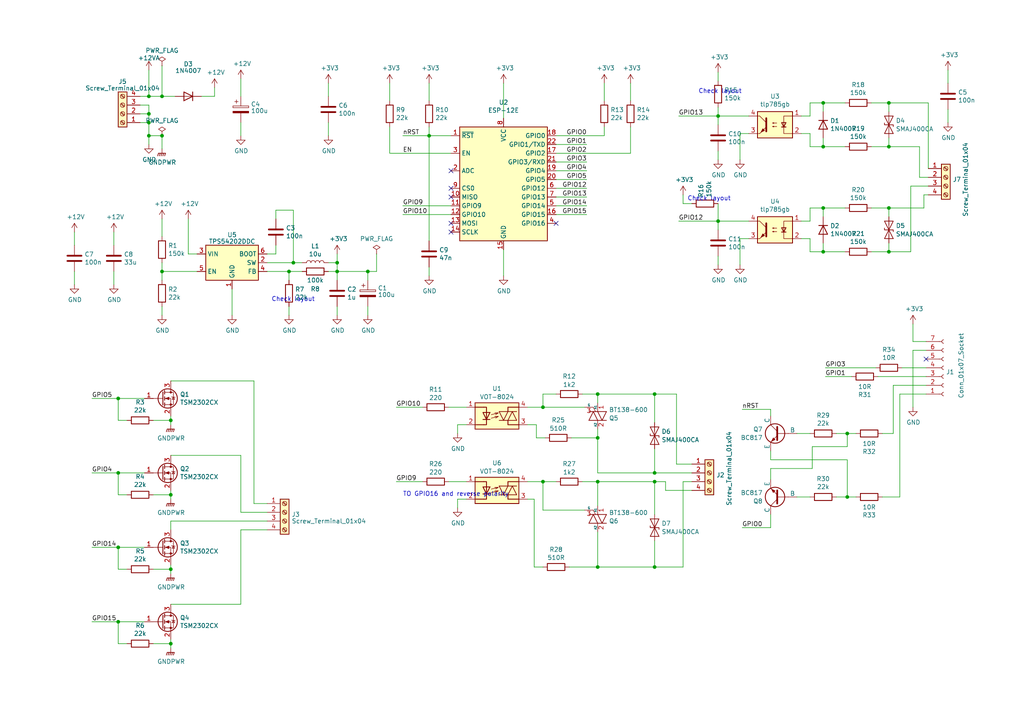
<source format=kicad_sch>
(kicad_sch (version 20230121) (generator eeschema)
  (paper "A4")
  (junction (at 49.53 143.51))
  (junction (at 189.865 137.16))
  (junction (at 157.48 118.11))
  (junction (at 157.48 139.7))
  (junction (at 245.745 125.73))
  (junction (at 34.29 180.34))
  (junction (at 49.53 121.92))
  (junction (at 34.29 137.16))
  (junction (at 257.81 60.325))
  (junction (at 43.18 33.02))
  (junction (at 49.53 165.1))
  (junction (at 46.99 27.94))
  (junction (at 257.81 29.845))
  (junction (at 34.29 115.57))
  (junction (at 238.76 60.325))
  (junction (at 189.865 164.465))
  (junction (at 97.79 76.2))
  (junction (at 173.355 164.465))
  (junction (at 238.76 73.025))
  (junction (at 97.79 78.74))
  (junction (at 49.53 186.69))
  (junction (at 43.18 39.37))
  (junction (at 85.09 76.2))
  (junction (at 245.745 144.145))
  (junction (at 173.355 127))
  (junction (at 106.68 78.74))
  (junction (at 83.82 78.74))
  (junction (at 46.99 39.37))
  (junction (at 238.76 42.545))
  (junction (at 173.355 139.7))
  (junction (at 189.865 139.7))
  (junction (at 124.46 39.37))
  (junction (at 257.81 73.025))
  (junction (at 257.81 42.545))
  (junction (at 238.76 29.845))
  (junction (at 173.355 114.3))
  (junction (at 208.28 64.135))
  (junction (at 208.28 33.655))
  (junction (at 34.29 158.75))
  (junction (at 189.865 114.3))
  (junction (at 43.18 27.94))
  (junction (at 43.18 35.56))
  (junction (at 46.99 78.74))
  (no_connect (at 130.81 67.31))
  (no_connect (at 130.81 57.15))
  (no_connect (at 130.81 49.53))
  (no_connect (at 130.81 64.77))
  (no_connect (at 161.29 64.77))
  (no_connect (at 268.605 104.14))
  (no_connect (at 130.81 54.61))
  (wire (pts (xy 193.04 139.7) (xy 189.865 139.7)))
  (wire (pts (xy 97.79 76.2) (xy 95.25 76.2)))
  (wire (pts (xy 234.95 69.215) (xy 234.95 73.025)))
  (wire (pts (xy 95.25 78.74) (xy 97.79 78.74)))
  (wire (pts (xy 264.795 118.11) (xy 264.795 101.6)))
  (wire (pts (xy 44.45 121.92) (xy 49.53 121.92)))
  (wire (pts (xy 260.985 114.3) (xy 260.985 144.145)))
  (wire (pts (xy 257.81 29.845) (xy 269.24 29.845)))
  (wire (pts (xy 214.63 69.215) (xy 217.17 69.215)))
  (wire (pts (xy 223.52 135.89) (xy 235.585 135.89)))
  (wire (pts (xy 62.23 27.94) (xy 58.42 27.94)))
  (wire (pts (xy 36.83 165.1) (xy 34.29 165.1)))
  (wire (pts (xy 97.79 81.28) (xy 97.79 78.74)))
  (wire (pts (xy 239.395 106.68) (xy 254 106.68)))
  (wire (pts (xy 232.41 69.215) (xy 234.95 69.215)))
  (wire (pts (xy 49.53 144.78) (xy 49.53 143.51)))
  (wire (pts (xy 231.14 144.145) (xy 234.95 144.145)))
  (wire (pts (xy 46.99 27.94) (xy 43.18 27.94)))
  (wire (pts (xy 80.01 71.12) (xy 80.01 73.66)))
  (wire (pts (xy 245.745 129.54) (xy 245.745 125.73)))
  (wire (pts (xy 189.865 139.7) (xy 189.865 149.225)))
  (wire (pts (xy 44.45 143.51) (xy 49.53 143.51)))
  (wire (pts (xy 69.85 132.08) (xy 49.53 132.08)))
  (wire (pts (xy 34.29 115.57) (xy 41.91 115.57)))
  (wire (pts (xy 173.355 154.305) (xy 173.355 164.465)))
  (wire (pts (xy 267.97 56.515) (xy 269.24 56.515)))
  (wire (pts (xy 83.82 91.44) (xy 83.82 88.9)))
  (wire (pts (xy 26.67 115.57) (xy 34.29 115.57)))
  (wire (pts (xy 232.41 33.655) (xy 234.95 33.655)))
  (wire (pts (xy 97.79 78.74) (xy 97.79 76.2)))
  (wire (pts (xy 264.795 99.06) (xy 268.605 99.06)))
  (wire (pts (xy 153.035 118.11) (xy 157.48 118.11)))
  (wire (pts (xy 161.29 139.7) (xy 157.48 139.7)))
  (wire (pts (xy 238.76 60.325) (xy 234.95 60.325)))
  (wire (pts (xy 130.175 139.7) (xy 135.255 139.7)))
  (wire (pts (xy 157.48 147.955) (xy 169.545 147.955)))
  (wire (pts (xy 69.85 153.67) (xy 69.85 175.26)))
  (wire (pts (xy 124.46 69.85) (xy 124.46 39.37)))
  (wire (pts (xy 34.29 158.75) (xy 41.91 158.75)))
  (wire (pts (xy 40.64 30.48) (xy 43.18 30.48)))
  (wire (pts (xy 153.035 139.7) (xy 157.48 139.7)))
  (wire (pts (xy 208.28 76.835) (xy 208.28 74.295)))
  (wire (pts (xy 161.29 114.3) (xy 157.48 114.3)))
  (wire (pts (xy 21.59 82.55) (xy 21.59 78.74)))
  (wire (pts (xy 80.01 60.96) (xy 80.01 63.5)))
  (wire (pts (xy 57.15 73.66) (xy 54.61 73.66)))
  (wire (pts (xy 114.935 118.11) (xy 122.555 118.11)))
  (wire (pts (xy 238.76 73.025) (xy 245.11 73.025)))
  (wire (pts (xy 175.26 29.21) (xy 175.26 24.13)))
  (wire (pts (xy 215.265 118.745) (xy 223.52 118.745)))
  (wire (pts (xy 238.76 42.545) (xy 245.11 42.545)))
  (wire (pts (xy 49.53 110.49) (xy 73.66 110.49)))
  (wire (pts (xy 154.94 164.465) (xy 157.48 164.465)))
  (wire (pts (xy 255.905 144.145) (xy 260.985 144.145)))
  (wire (pts (xy 223.52 130.81) (xy 223.52 133.35)))
  (wire (pts (xy 132.715 125.73) (xy 132.715 123.19)))
  (wire (pts (xy 43.18 39.37) (xy 43.18 41.91)))
  (wire (pts (xy 214.63 38.735) (xy 217.17 38.735)))
  (wire (pts (xy 83.82 81.28) (xy 83.82 78.74)))
  (wire (pts (xy 161.29 57.15) (xy 170.18 57.15)))
  (wire (pts (xy 208.28 20.955) (xy 208.28 23.495)))
  (wire (pts (xy 97.79 73.66) (xy 97.79 76.2)))
  (wire (pts (xy 252.73 42.545) (xy 257.81 42.545)))
  (wire (pts (xy 73.66 146.05) (xy 77.47 146.05)))
  (wire (pts (xy 245.745 125.73) (xy 242.57 125.73)))
  (wire (pts (xy 264.795 93.98) (xy 264.795 99.06)))
  (wire (pts (xy 173.355 127) (xy 173.355 137.16)))
  (wire (pts (xy 40.64 27.94) (xy 43.18 27.94)))
  (wire (pts (xy 200.66 139.7) (xy 198.12 139.7)))
  (wire (pts (xy 198.12 59.055) (xy 200.66 59.055)))
  (wire (pts (xy 252.73 29.845) (xy 257.81 29.845)))
  (wire (pts (xy 146.05 72.39) (xy 146.05 80.01)))
  (wire (pts (xy 34.29 137.16) (xy 41.91 137.16)))
  (wire (pts (xy 146.05 24.13) (xy 146.05 34.29)))
  (wire (pts (xy 62.23 25.4) (xy 62.23 27.94)))
  (wire (pts (xy 43.18 33.02) (xy 40.64 33.02)))
  (wire (pts (xy 196.215 134.62) (xy 200.66 134.62)))
  (wire (pts (xy 189.865 114.3) (xy 196.215 114.3)))
  (wire (pts (xy 54.61 73.66) (xy 54.61 63.5)))
  (wire (pts (xy 193.04 142.24) (xy 193.04 139.7)))
  (wire (pts (xy 49.53 153.67) (xy 49.53 151.13)))
  (wire (pts (xy 234.95 42.545) (xy 238.76 42.545)))
  (wire (pts (xy 234.95 73.025) (xy 238.76 73.025)))
  (wire (pts (xy 36.83 143.51) (xy 34.29 143.51)))
  (wire (pts (xy 266.7 42.545) (xy 266.7 51.435)))
  (wire (pts (xy 173.355 114.3) (xy 173.355 116.84)))
  (wire (pts (xy 49.53 166.37) (xy 49.53 165.1)))
  (wire (pts (xy 116.84 39.37) (xy 124.46 39.37)))
  (wire (pts (xy 26.67 137.16) (xy 34.29 137.16)))
  (wire (pts (xy 259.08 125.73) (xy 259.08 111.76)))
  (wire (pts (xy 95.25 27.94) (xy 95.25 24.13)))
  (wire (pts (xy 34.29 165.1) (xy 34.29 158.75)))
  (wire (pts (xy 235.585 135.89) (xy 235.585 129.54)))
  (wire (pts (xy 168.91 139.7) (xy 173.355 139.7)))
  (wire (pts (xy 259.08 111.76) (xy 268.605 111.76)))
  (wire (pts (xy 189.865 130.175) (xy 189.865 137.16)))
  (wire (pts (xy 274.955 35.56) (xy 274.955 31.75)))
  (wire (pts (xy 132.715 144.78) (xy 135.255 144.78)))
  (wire (pts (xy 232.41 38.735) (xy 234.95 38.735)))
  (wire (pts (xy 173.355 139.7) (xy 173.355 146.685)))
  (wire (pts (xy 34.29 180.34) (xy 41.91 180.34)))
  (wire (pts (xy 26.67 180.34) (xy 34.29 180.34)))
  (wire (pts (xy 97.79 91.44) (xy 97.79 88.9)))
  (wire (pts (xy 267.97 60.325) (xy 267.97 56.515)))
  (wire (pts (xy 113.03 44.45) (xy 130.81 44.45)))
  (wire (pts (xy 252.73 60.325) (xy 257.81 60.325)))
  (wire (pts (xy 217.17 33.655) (xy 208.28 33.655)))
  (wire (pts (xy 214.63 76.835) (xy 214.63 69.215)))
  (wire (pts (xy 85.09 60.96) (xy 80.01 60.96)))
  (wire (pts (xy 257.81 60.325) (xy 267.97 60.325)))
  (wire (pts (xy 245.745 144.145) (xy 248.285 144.145)))
  (wire (pts (xy 232.41 64.135) (xy 234.95 64.135)))
  (wire (pts (xy 124.46 36.83) (xy 124.46 39.37)))
  (wire (pts (xy 223.52 133.35) (xy 245.745 133.35)))
  (wire (pts (xy 255.905 125.73) (xy 259.08 125.73)))
  (wire (pts (xy 198.12 139.7) (xy 198.12 164.465)))
  (wire (pts (xy 106.68 78.74) (xy 109.22 78.74)))
  (wire (pts (xy 200.66 142.24) (xy 193.04 142.24)))
  (wire (pts (xy 208.28 59.055) (xy 208.28 64.135)))
  (wire (pts (xy 214.63 46.355) (xy 214.63 38.735)))
  (wire (pts (xy 33.02 71.12) (xy 33.02 67.31)))
  (wire (pts (xy 234.95 29.845) (xy 234.95 33.655)))
  (wire (pts (xy 173.355 139.7) (xy 189.865 139.7)))
  (wire (pts (xy 109.22 73.66) (xy 109.22 78.74)))
  (wire (pts (xy 49.53 151.13) (xy 77.47 151.13)))
  (wire (pts (xy 43.18 35.56) (xy 40.64 35.56)))
  (wire (pts (xy 245.11 60.325) (xy 238.76 60.325)))
  (wire (pts (xy 80.01 73.66) (xy 77.47 73.66)))
  (wire (pts (xy 208.28 64.135) (xy 208.28 66.675)))
  (wire (pts (xy 155.575 127) (xy 158.115 127)))
  (wire (pts (xy 161.29 52.07) (xy 170.18 52.07)))
  (wire (pts (xy 198.12 56.515) (xy 198.12 59.055)))
  (wire (pts (xy 196.215 114.3) (xy 196.215 134.62)))
  (wire (pts (xy 77.47 76.2) (xy 85.09 76.2)))
  (wire (pts (xy 113.03 24.13) (xy 113.03 29.21)))
  (wire (pts (xy 157.48 139.7) (xy 157.48 147.955)))
  (wire (pts (xy 69.85 175.26) (xy 49.53 175.26)))
  (wire (pts (xy 69.85 153.67) (xy 77.47 153.67)))
  (wire (pts (xy 124.46 39.37) (xy 130.81 39.37)))
  (wire (pts (xy 254.635 109.22) (xy 268.605 109.22)))
  (wire (pts (xy 217.17 64.135) (xy 208.28 64.135)))
  (wire (pts (xy 223.52 139.065) (xy 223.52 135.89)))
  (wire (pts (xy 43.18 35.56) (xy 43.18 39.37)))
  (wire (pts (xy 46.99 78.74) (xy 57.15 78.74)))
  (wire (pts (xy 264.16 53.975) (xy 264.16 73.025)))
  (wire (pts (xy 264.795 101.6) (xy 268.605 101.6)))
  (wire (pts (xy 46.99 78.74) (xy 46.99 81.28)))
  (wire (pts (xy 77.47 148.59) (xy 69.85 148.59)))
  (wire (pts (xy 257.81 42.545) (xy 266.7 42.545)))
  (wire (pts (xy 261.62 106.68) (xy 268.605 106.68)))
  (wire (pts (xy 161.29 59.69) (xy 170.18 59.69)))
  (wire (pts (xy 239.395 109.22) (xy 247.015 109.22)))
  (wire (pts (xy 153.035 123.19) (xy 155.575 123.19)))
  (wire (pts (xy 182.88 24.13) (xy 182.88 29.21)))
  (wire (pts (xy 44.45 186.69) (xy 49.53 186.69)))
  (wire (pts (xy 157.48 114.3) (xy 157.48 118.11)))
  (wire (pts (xy 106.68 78.74) (xy 106.68 81.28)))
  (wire (pts (xy 49.53 165.1) (xy 49.53 163.83)))
  (wire (pts (xy 85.09 76.2) (xy 87.63 76.2)))
  (wire (pts (xy 34.29 186.69) (xy 34.29 180.34)))
  (wire (pts (xy 266.7 51.435) (xy 269.24 51.435)))
  (wire (pts (xy 46.99 43.18) (xy 46.99 39.37)))
  (wire (pts (xy 215.265 153.035) (xy 223.52 153.035)))
  (wire (pts (xy 257.81 40.005) (xy 257.81 42.545)))
  (wire (pts (xy 161.29 49.53) (xy 170.18 49.53)))
  (wire (pts (xy 189.865 164.465) (xy 198.12 164.465)))
  (wire (pts (xy 257.81 70.485) (xy 257.81 73.025)))
  (wire (pts (xy 196.85 33.655) (xy 208.28 33.655)))
  (wire (pts (xy 46.99 76.2) (xy 46.99 78.74)))
  (wire (pts (xy 245.11 29.845) (xy 238.76 29.845)))
  (wire (pts (xy 245.745 125.73) (xy 248.285 125.73)))
  (wire (pts (xy 161.29 62.23) (xy 170.18 62.23)))
  (wire (pts (xy 264.16 53.975) (xy 269.24 53.975)))
  (wire (pts (xy 69.85 35.56) (xy 69.85 39.37)))
  (wire (pts (xy 238.76 70.485) (xy 238.76 73.025)))
  (wire (pts (xy 161.29 44.45) (xy 182.88 44.45)))
  (wire (pts (xy 165.1 164.465) (xy 173.355 164.465)))
  (wire (pts (xy 168.91 114.3) (xy 173.355 114.3)))
  (wire (pts (xy 77.47 78.74) (xy 83.82 78.74)))
  (wire (pts (xy 268.605 114.3) (xy 260.985 114.3)))
  (wire (pts (xy 245.745 144.145) (xy 242.57 144.145)))
  (wire (pts (xy 257.81 73.025) (xy 264.16 73.025)))
  (wire (pts (xy 83.82 78.74) (xy 87.63 78.74)))
  (wire (pts (xy 132.715 147.32) (xy 132.715 144.78)))
  (wire (pts (xy 234.95 38.735) (xy 234.95 42.545)))
  (wire (pts (xy 269.24 29.845) (xy 269.24 48.895)))
  (wire (pts (xy 223.52 153.035) (xy 223.52 149.225)))
  (wire (pts (xy 182.88 44.45) (xy 182.88 36.83)))
  (wire (pts (xy 170.18 46.99) (xy 161.29 46.99)))
  (wire (pts (xy 49.53 186.69) (xy 49.53 185.42)))
  (wire (pts (xy 252.73 73.025) (xy 257.81 73.025)))
  (wire (pts (xy 46.99 27.94) (xy 50.8 27.94)))
  (wire (pts (xy 231.14 125.73) (xy 234.95 125.73)))
  (wire (pts (xy 46.99 91.44) (xy 46.99 88.9)))
  (wire (pts (xy 33.02 82.55) (xy 33.02 78.74)))
  (wire (pts (xy 26.67 158.75) (xy 34.29 158.75)))
  (wire (pts (xy 130.81 59.69) (xy 116.84 59.69)))
  (wire (pts (xy 43.18 20.32) (xy 43.18 27.94)))
  (wire (pts (xy 196.85 64.135) (xy 208.28 64.135)))
  (wire (pts (xy 173.355 114.3) (xy 189.865 114.3)))
  (wire (pts (xy 46.99 68.58) (xy 46.99 63.5)))
  (wire (pts (xy 21.59 71.12) (xy 21.59 67.31)))
  (wire (pts (xy 124.46 24.13) (xy 124.46 29.21)))
  (wire (pts (xy 116.84 62.23) (xy 130.81 62.23)))
  (wire (pts (xy 257.81 29.845) (xy 257.81 32.385)))
  (wire (pts (xy 173.355 137.16) (xy 189.865 137.16)))
  (wire (pts (xy 46.99 39.37) (xy 43.18 39.37)))
  (wire (pts (xy 175.26 36.83) (xy 175.26 39.37)))
  (wire (pts (xy 114.935 139.7) (xy 122.555 139.7)))
  (wire (pts (xy 238.76 40.005) (xy 238.76 42.545)))
  (wire (pts (xy 97.79 78.74) (xy 106.68 78.74)))
  (wire (pts (xy 43.18 30.48) (xy 43.18 33.02)))
  (wire (pts (xy 34.29 121.92) (xy 34.29 115.57)))
  (wire (pts (xy 154.94 144.78) (xy 154.94 164.465)))
  (wire (pts (xy 124.46 77.47) (xy 124.46 80.01)))
  (wire (pts (xy 173.355 164.465) (xy 189.865 164.465)))
  (wire (pts (xy 208.28 33.655) (xy 208.28 36.195)))
  (wire (pts (xy 73.66 110.49) (xy 73.66 146.05)))
  (wire (pts (xy 155.575 123.19) (xy 155.575 127)))
  (wire (pts (xy 208.28 46.355) (xy 208.28 43.815)))
  (wire (pts (xy 113.03 44.45) (xy 113.03 36.83)))
  (wire (pts (xy 161.29 54.61) (xy 170.18 54.61)))
  (wire (pts (xy 234.95 60.325) (xy 234.95 64.135)))
  (wire (pts (xy 238.76 29.845) (xy 234.95 29.845)))
  (wire (pts (xy 173.355 127) (xy 173.355 124.46)))
  (wire (pts (xy 189.865 114.3) (xy 189.865 122.555)))
  (wire (pts (xy 49.53 143.51) (xy 49.53 142.24)))
  (wire (pts (xy 130.175 118.11) (xy 135.255 118.11)))
  (wire (pts (xy 69.85 22.86) (xy 69.85 27.94)))
  (wire (pts (xy 238.76 62.865) (xy 238.76 60.325)))
  (wire (pts (xy 235.585 129.54) (xy 245.745 129.54)))
  (wire (pts (xy 34.29 143.51) (xy 34.29 137.16)))
  (wire (pts (xy 49.53 187.96) (xy 49.53 186.69)))
  (wire (pts (xy 46.99 19.05) (xy 46.99 27.94)))
  (wire (pts (xy 157.48 118.11) (xy 169.545 118.11)))
  (wire (pts (xy 49.53 121.92) (xy 49.53 120.65)))
  (wire (pts (xy 95.25 39.37) (xy 95.25 35.56)))
  (wire (pts (xy 189.865 156.845) (xy 189.865 164.465)))
  (wire (pts (xy 36.83 186.69) (xy 34.29 186.69)))
  (wire (pts (xy 274.955 24.13) (xy 274.955 20.32)))
  (wire (pts (xy 106.68 88.9) (xy 106.68 91.44)))
  (wire (pts (xy 49.53 123.19) (xy 49.53 121.92)))
  (wire (pts (xy 238.76 32.385) (xy 238.76 29.845)))
  (wire (pts (xy 208.28 31.115) (xy 208.28 33.655)))
  (wire (pts (xy 85.09 76.2) (xy 85.09 60.96)))
  (wire (pts (xy 43.18 33.02) (xy 43.18 35.56)))
  (wire (pts (xy 36.83 121.92) (xy 34.29 121.92)))
  (wire (pts (xy 44.45 165.1) (xy 49.53 165.1)))
  (wire (pts (xy 161.29 39.37) (xy 175.26 39.37)))
  (wire (pts (xy 132.715 123.19) (xy 135.255 123.19)))
  (wire (pts (xy 257.81 60.325) (xy 257.81 62.865)))
  (wire (pts (xy 189.865 137.16) (xy 200.66 137.16)))
  (wire (pts (xy 67.31 83.82) (xy 67.31 91.44)))
  (wire (pts (xy 165.735 127) (xy 173.355 127)))
  (wire (pts (xy 223.52 118.745) (xy 223.52 120.65)))
  (wire (pts (xy 170.18 41.91) (xy 161.29 41.91)))
  (wire (pts (xy 153.035 144.78) (xy 154.94 144.78)))
  (wire (pts (xy 69.85 132.08) (xy 69.85 148.59)))
  (wire (pts (xy 245.745 133.35) (xy 245.745 144.145)))
  (text "TO GPIO16 and reverse polarity" (at 116.84 144.145 0) (effects (font (size 1.27 1.27)) (justify left bottom)))
  (text "Check layout" (at 202.565 27.305 0) (effects (font (size 1.27 1.27)) (justify left bottom)))
  (text "Check layout" (at 199.39 58.42 0) (effects (font (size 1.27 1.27)) (justify left bottom)))
  (text "Check layout" (at 78.74 87.63 0) (effects (font (size 1.27 1.27)) (justify left bottom)))
  (label "GPIO3" (at 170.18 46.99 180))
  (label "GPIO10" (at 116.84 62.23 0))
  (label "GPIO14" (at 26.67 158.75 0))
  (label "GPIO13" (at 196.85 33.655 0))
  (label "GPIO5" (at 26.67 115.57 0))
  (label "GPIO5" (at 170.18 52.07 180))
  (label "GPIO12" (at 196.85 64.135 0))
  (label "GPIO14" (at 170.18 59.69 180))
  (label "GPIO9" (at 116.84 59.69 0))
  (label "GPIO3" (at 239.395 106.68 0))
  (label "GPIO2" (at 170.18 44.45 180))
  (label "GPIO15" (at 26.67 180.34 0))
  (label "GPIO0" (at 170.18 39.37 180))
  (label "GPIO10" (at 114.935 118.11 0))
  (label "GPIO13" (at 170.18 57.15 180))
  (label "GPIO1" (at 239.395 109.22 0))
  (label "nRST" (at 116.84 39.37 0))
  (label "GPIO0" (at 215.265 153.035 0))
  (label "GPIO4" (at 170.18 49.53 180))
  (label "GPIO1" (at 170.18 41.91 180))
  (label "GPIO9" (at 114.935 139.7 0))
  (label "GPIO4" (at 26.67 137.16 0))
  (label "GPIO12" (at 170.18 54.61 180))
  (label "nRST" (at 215.265 118.745 0))
  (label "EN" (at 116.84 44.45 0))
  (label "GPIO15" (at 170.18 62.23 180))
  (symbol (lib_id "RF_Module:ESP-12E") (at 146.05 54.61 0) (unit 1)
    (property "Reference" "U2" (at 146.05 29.6926 0))
    (property "Value" "ESP-12E" (at 146.05 32.004 0))
    (property "Footprint" "RF_Module:ESP-12E" (effects hide))
    (property "Datasheet" "http://wiki.ai-thinker.com/_media/esp8266/esp8266_series_modules_user_manual_v1.1.pdf" (effects hide))
  )
  (symbol (lib_id "power:GND") (at 43.18 41.91 0) (unit 1)
    (property "Reference" "#PWR0101" (effects hide))
    (property "Value" "GND" (at 43.307 46.3042 0))
  )
  (symbol (lib_id "power:+12V") (at 62.23 25.4 0) (unit 1)
    (property "Reference" "#PWR0102" (effects hide))
    (property "Value" "+12V" (at 62.611 21.0058 0))
  )
  (symbol (lib_id "esp-switch-rescue:+3.3V-power") (at 146.05 24.13 0) (unit 1)
    (property "Reference" "#PWR0103" (effects hide))
    (property "Value" "+3.3V" (at 146.431 19.7358 0))
  )
  (symbol (lib_id "power:GND") (at 146.05 80.01 0) (unit 1)
    (property "Reference" "#PWR0104" (effects hide))
    (property "Value" "GND" (at 146.177 84.4042 0))
  )
  (symbol (lib_id "esp-switch-rescue:+3.3V-power") (at 95.25 24.13 0) (unit 1)
    (property "Reference" "#PWR0105" (effects hide))
    (property "Value" "+3.3V" (at 95.631 19.7358 0))
  )
  (symbol (lib_id "power:GND") (at 95.25 39.37 0) (unit 1)
    (property "Reference" "#PWR0106" (effects hide))
    (property "Value" "GND" (at 95.377 43.7642 0))
  )
  (symbol (lib_id "Device:C") (at 95.25 31.75 0) (unit 1)
    (property "Reference" "C6" (at 98.171 30.5816 0) (effects (justify left)))
    (property "Value" "100n" (at 98.171 32.893 0) (effects (justify left)))
    (property "Footprint" "Capacitor_SMD:C_0805_2012Metric_Pad1.18x1.45mm_HandSolder" (effects hide))
  )
  (symbol (lib_id "Transistor_FET:TSM2302CX") (at 46.99 158.75 0) (unit 1)
    (property "Reference" "Q3" (at 52.197 157.5816 0) (effects (justify left)))
    (property "Value" "TSM2302CX" (at 52.197 159.893 0) (effects (justify left)))
    (property "Footprint" "Package_TO_SOT_SMD:SOT-23_Handsoldering" (effects hide))
    (property "Datasheet" "https://www.taiwansemi.com/products/datasheet/TSM2302CX_E1608.pdf" (effects hide))
    (property "Farnell" "3121715" (effects hide))
  )
  (symbol (lib_id "Transistor_FET:TSM2302CX") (at 46.99 180.34 0) (unit 1)
    (property "Reference" "Q4" (at 52.197 179.1716 0) (effects (justify left)))
    (property "Value" "TSM2302CX" (at 52.197 181.483 0) (effects (justify left)))
    (property "Footprint" "Package_TO_SOT_SMD:SOT-23_Handsoldering" (effects hide))
    (property "Datasheet" "https://www.taiwansemi.com/products/datasheet/TSM2302CX_E1608.pdf" (effects hide))
    (property "Farnell" "3121715" (effects hide))
  )
  (symbol (lib_id "Transistor_FET:TSM2302CX") (at 46.99 115.57 0) (unit 1)
    (property "Reference" "Q1" (at 52.197 114.4016 0) (effects (justify left)))
    (property "Value" "TSM2302CX" (at 52.197 116.713 0) (effects (justify left)))
    (property "Footprint" "Package_TO_SOT_SMD:SOT-23_Handsoldering" (effects hide))
    (property "Datasheet" "https://www.taiwansemi.com/products/datasheet/TSM2302CX_E1608.pdf" (effects hide))
    (property "Farnell" "3121715" (effects hide))
  )
  (symbol (lib_id "Transistor_FET:TSM2302CX") (at 46.99 137.16 0) (unit 1)
    (property "Reference" "Q2" (at 52.197 135.9916 0) (effects (justify left)))
    (property "Value" "TSM2302CX" (at 52.197 138.303 0) (effects (justify left)))
    (property "Footprint" "Package_TO_SOT_SMD:SOT-23_Handsoldering" (effects hide))
    (property "Datasheet" "https://www.taiwansemi.com/products/datasheet/TSM2302CX_E1608.pdf" (effects hide))
    (property "Farnell" "3121715" (effects hide))
  )
  (symbol (lib_id "Isolator:EL817") (at 224.79 36.195 0) (mirror y) (unit 1)
    (property "Reference" "U3" (at 224.79 27.94 0))
    (property "Value" "tlp785gb" (at 224.79 30.2514 0))
    (property "Footprint" "Package_DIP:DIP-4_W7.62mm" (effects hide))
    (property "Datasheet" "http://www.everlight.com/file/ProductFile/EL817.pdf" (effects hide))
  )
  (symbol (lib_id "Device:R") (at 40.64 186.69 270) (unit 1)
    (property "Reference" "R6" (at 40.64 181.4322 90))
    (property "Value" "22k" (at 40.64 183.7436 90))
    (property "Footprint" "Resistor_SMD:R_0805_2012Metric_Pad1.20x1.40mm_HandSolder" (effects hide))
  )
  (symbol (lib_id "Device:R") (at 40.64 165.1 270) (unit 1)
    (property "Reference" "R5" (at 40.64 159.8422 90))
    (property "Value" "22k" (at 40.64 162.1536 90))
    (property "Footprint" "Resistor_SMD:R_0805_2012Metric_Pad1.20x1.40mm_HandSolder" (effects hide))
  )
  (symbol (lib_id "Device:R") (at 40.64 143.51 270) (unit 1)
    (property "Reference" "R4" (at 40.64 138.2522 90))
    (property "Value" "22k" (at 40.64 140.5636 90))
    (property "Footprint" "Resistor_SMD:R_0805_2012Metric_Pad1.20x1.40mm_HandSolder" (effects hide))
  )
  (symbol (lib_id "Device:R") (at 40.64 121.92 270) (unit 1)
    (property "Reference" "R3" (at 40.64 116.6622 90))
    (property "Value" "22k" (at 40.64 118.9736 90))
    (property "Footprint" "Resistor_SMD:R_0805_2012Metric_Pad1.20x1.40mm_HandSolder" (effects hide))
  )
  (symbol (lib_id "power:GNDPWR") (at 49.53 187.96 0) (unit 1)
    (property "Reference" "#PWR0107" (effects hide))
    (property "Value" "GNDPWR" (at 49.6316 191.8716 0))
  )
  (symbol (lib_id "power:GNDPWR") (at 49.53 166.37 0) (unit 1)
    (property "Reference" "#PWR0108" (effects hide))
    (property "Value" "GNDPWR" (at 49.6316 170.2816 0))
  )
  (symbol (lib_id "power:GNDPWR") (at 49.53 144.78 0) (unit 1)
    (property "Reference" "#PWR0109" (effects hide))
    (property "Value" "GNDPWR" (at 49.6316 148.6916 0))
  )
  (symbol (lib_id "power:GNDPWR") (at 49.53 123.19 0) (unit 1)
    (property "Reference" "#PWR0110" (effects hide))
    (property "Value" "GNDPWR" (at 49.6316 127.1016 0))
  )
  (symbol (lib_id "Device:R") (at 175.26 33.02 180) (unit 1)
    (property "Reference" "R13" (at 177.038 31.8516 0) (effects (justify right)))
    (property "Value" "22k" (at 177.038 34.163 0) (effects (justify right)))
    (property "Footprint" "Resistor_SMD:R_0805_2012Metric_Pad1.20x1.40mm_HandSolder" (effects hide))
  )
  (symbol (lib_id "Device:R") (at 182.88 33.02 180) (unit 1)
    (property "Reference" "R14" (at 184.658 31.8516 0) (effects (justify right)))
    (property "Value" "22k" (at 184.658 34.163 0) (effects (justify right)))
    (property "Footprint" "Resistor_SMD:R_0805_2012Metric_Pad1.20x1.40mm_HandSolder" (effects hide))
  )
  (symbol (lib_id "esp-switch-rescue:+3.3V-power") (at 175.26 24.13 0) (unit 1)
    (property "Reference" "#PWR0117" (effects hide))
    (property "Value" "+3.3V" (at 175.641 19.7358 0))
  )
  (symbol (lib_id "esp-switch-rescue:+3.3V-power") (at 182.88 24.13 0) (unit 1)
    (property "Reference" "#PWR0118" (effects hide))
    (property "Value" "+3.3V" (at 183.261 19.7358 0))
  )
  (symbol (lib_id "Device:R") (at 113.03 33.02 180) (unit 1)
    (property "Reference" "R9" (at 114.808 31.8516 0) (effects (justify right)))
    (property "Value" "22k" (at 114.808 34.163 0) (effects (justify right)))
    (property "Footprint" "Resistor_SMD:R_0805_2012Metric_Pad1.20x1.40mm_HandSolder" (effects hide))
  )
  (symbol (lib_id "esp-switch-rescue:+3.3V-power") (at 113.03 24.13 0) (unit 1)
    (property "Reference" "#PWR0121" (effects hide))
    (property "Value" "+3.3V" (at 113.411 19.7358 0))
  )
  (symbol (lib_id "Device:R") (at 124.46 33.02 180) (unit 1)
    (property "Reference" "R10" (at 126.238 31.8516 0) (effects (justify right)))
    (property "Value" "22k" (at 126.238 34.163 0) (effects (justify right)))
    (property "Footprint" "Resistor_SMD:R_0805_2012Metric_Pad1.20x1.40mm_HandSolder" (effects hide))
  )
  (symbol (lib_id "esp-switch-rescue:+3.3V-power") (at 124.46 24.13 0) (unit 1)
    (property "Reference" "#PWR0120" (effects hide))
    (property "Value" "+3.3V" (at 124.841 19.7358 0))
  )
  (symbol (lib_id "Device:C") (at 124.46 73.66 0) (unit 1)
    (property "Reference" "C9" (at 127.381 72.4916 0) (effects (justify left)))
    (property "Value" "47n" (at 127.381 74.803 0) (effects (justify left)))
    (property "Footprint" "Capacitor_SMD:C_0805_2012Metric_Pad1.18x1.45mm_HandSolder" (effects hide))
  )
  (symbol (lib_id "power:GND") (at 124.46 80.01 0) (unit 1)
    (property "Reference" "#PWR0119" (effects hide))
    (property "Value" "GND" (at 124.587 84.4042 0))
  )
  (symbol (lib_id "Device:D") (at 238.76 36.195 90) (mirror x) (unit 1)
    (property "Reference" "D1" (at 240.792 35.0266 90) (effects (justify right)))
    (property "Value" "1N4007" (at 240.792 37.338 90) (effects (justify right)))
    (property "Footprint" "Diode_THT:D_DO-15_P3.81mm_Vertical_AnodeUp" (effects hide))
    (property "Lomex" "83-02-64" (effects hide))
  )
  (symbol (lib_id "Device:R") (at 248.92 29.845 270) (unit 1)
    (property "Reference" "R18" (at 248.92 24.5872 90))
    (property "Value" "150k" (at 248.92 26.8986 90))
    (property "Footprint" "Resistor_THT:R_Axial_DIN0207_L6.3mm_D2.5mm_P2.54mm_Vertical" (effects hide))
  )
  (symbol (lib_id "Device:R") (at 248.92 42.545 270) (unit 1)
    (property "Reference" "R19" (at 248.92 37.2872 90))
    (property "Value" "150k" (at 248.92 39.5986 90))
    (property "Footprint" "Resistor_THT:R_Axial_DIN0207_L6.3mm_D2.5mm_P2.54mm_Vertical" (effects hide))
  )
  (symbol (lib_id "power:GND") (at 214.63 46.355 0) (unit 1)
    (property "Reference" "#PWR0124" (effects hide))
    (property "Value" "GND" (at 214.757 50.7492 0))
  )
  (symbol (lib_id "Device:C") (at 208.28 40.005 0) (unit 1)
    (property "Reference" "C10" (at 211.201 38.8366 0) (effects (justify left)))
    (property "Value" "100n" (at 211.201 41.148 0) (effects (justify left)))
    (property "Footprint" "Capacitor_SMD:C_0805_2012Metric_Pad1.18x1.45mm_HandSolder" (effects hide))
  )
  (symbol (lib_id "Device:R") (at 208.28 27.305 0) (unit 1)
    (property "Reference" "R15" (at 210.058 26.1366 0) (effects (justify left)))
    (property "Value" "150k" (at 210.058 28.448 0) (effects (justify left)))
    (property "Footprint" "Resistor_SMD:R_0805_2012Metric_Pad1.20x1.40mm_HandSolder" (effects hide))
  )
  (symbol (lib_id "esp-switch-rescue:+3.3V-power") (at 208.28 20.955 0) (unit 1)
    (property "Reference" "#PWR0125" (effects hide))
    (property "Value" "+3.3V" (at 208.661 16.5608 0))
  )
  (symbol (lib_id "power:GND") (at 208.28 46.355 0) (unit 1)
    (property "Reference" "#PWR0126" (effects hide))
    (property "Value" "GND" (at 208.407 50.7492 0))
  )
  (symbol (lib_id "Device:D") (at 238.76 66.675 90) (mirror x) (unit 1)
    (property "Reference" "D2" (at 240.792 65.5066 90) (effects (justify right)))
    (property "Value" "1N4007" (at 240.792 67.818 90) (effects (justify right)))
    (property "Footprint" "Diode_THT:D_DO-15_P3.81mm_Vertical_AnodeUp" (effects hide))
  )
  (symbol (lib_id "Device:R") (at 248.92 60.325 270) (unit 1)
    (property "Reference" "R20" (at 248.92 55.0672 90))
    (property "Value" "150k" (at 248.92 57.3786 90))
    (property "Footprint" "Resistor_THT:R_Axial_DIN0207_L6.3mm_D2.5mm_P2.54mm_Vertical" (effects hide))
  )
  (symbol (lib_id "Device:R") (at 248.92 73.025 270) (unit 1)
    (property "Reference" "R21" (at 248.92 67.7672 90))
    (property "Value" "150k" (at 248.92 70.0786 90))
    (property "Footprint" "Resistor_THT:R_Axial_DIN0207_L6.3mm_D2.5mm_P2.54mm_Vertical" (effects hide))
  )
  (symbol (lib_id "power:GND") (at 214.63 76.835 0) (unit 1)
    (property "Reference" "#PWR0127" (effects hide))
    (property "Value" "GND" (at 214.757 81.2292 0))
  )
  (symbol (lib_id "Device:C") (at 208.28 70.485 0) (unit 1)
    (property "Reference" "C11" (at 211.201 69.3166 0) (effects (justify left)))
    (property "Value" "100n" (at 211.201 71.628 0) (effects (justify left)))
    (property "Footprint" "Capacitor_SMD:C_0805_2012Metric_Pad1.18x1.45mm_HandSolder" (effects hide))
  )
  (symbol (lib_id "Device:R") (at 204.47 59.055 90) (unit 1)
    (property "Reference" "R16" (at 203.3016 57.277 0) (effects (justify left)))
    (property "Value" "150k" (at 205.613 57.277 0) (effects (justify left)))
    (property "Footprint" "Resistor_SMD:R_0805_2012Metric_Pad1.20x1.40mm_HandSolder" (effects hide))
  )
  (symbol (lib_id "esp-switch-rescue:+3.3V-power") (at 198.12 56.515 0) (unit 1)
    (property "Reference" "#PWR0128" (effects hide))
    (property "Value" "+3.3V" (at 198.501 52.1208 0))
  )
  (symbol (lib_id "power:GND") (at 208.28 76.835 0) (unit 1)
    (property "Reference" "#PWR0129" (effects hide))
    (property "Value" "GND" (at 208.407 81.2292 0))
  )
  (symbol (lib_id "Isolator:EL817") (at 224.79 66.675 0) (mirror y) (unit 1)
    (property "Reference" "U4" (at 224.79 58.42 0))
    (property "Value" "tlp785gb" (at 224.79 60.7314 0))
    (property "Footprint" "Package_DIP:DIP-4_W7.62mm" (effects hide))
    (property "Datasheet" "http://www.everlight.com/file/ProductFile/EL817.pdf" (effects hide))
  )
  (symbol (lib_id "power:+12V") (at 54.61 63.5 0) (unit 1)
    (property "Reference" "#PWR0130" (effects hide))
    (property "Value" "+12V" (at 54.991 59.1058 0))
  )
  (symbol (lib_id "Device:R") (at 46.99 85.09 0) (unit 1)
    (property "Reference" "R2" (at 48.768 83.9216 0) (effects (justify left)))
    (property "Value" "22k" (at 48.768 86.233 0) (effects (justify left)))
    (property "Footprint" "Resistor_SMD:R_0805_2012Metric_Pad1.20x1.40mm_HandSolder" (effects hide))
  )
  (symbol (lib_id "Device:R") (at 46.99 72.39 0) (unit 1)
    (property "Reference" "R1" (at 48.768 71.2216 0) (effects (justify left)))
    (property "Value" "150k" (at 48.768 73.533 0) (effects (justify left)))
    (property "Footprint" "Resistor_SMD:R_0805_2012Metric_Pad1.20x1.40mm_HandSolder" (effects hide))
  )
  (symbol (lib_id "power:+12V") (at 46.99 63.5 0) (unit 1)
    (property "Reference" "#PWR0131" (effects hide))
    (property "Value" "+12V" (at 47.371 59.1058 0))
  )
  (symbol (lib_id "power:GND") (at 46.99 91.44 0) (unit 1)
    (property "Reference" "#PWR0132" (effects hide))
    (property "Value" "GND" (at 47.117 95.8342 0))
  )
  (symbol (lib_id "power:GND") (at 67.31 91.44 0) (unit 1)
    (property "Reference" "#PWR0133" (effects hide))
    (property "Value" "GND" (at 67.437 95.8342 0))
  )
  (symbol (lib_id "Device:C") (at 80.01 67.31 0) (unit 1)
    (property "Reference" "C3" (at 82.931 66.1416 0) (effects (justify left)))
    (property "Value" "100n" (at 82.931 68.453 0) (effects (justify left)))
    (property "Footprint" "Capacitor_SMD:C_0805_2012Metric_Pad1.18x1.45mm_HandSolder" (effects hide))
  )
  (symbol (lib_id "Device:L") (at 91.44 76.2 270) (mirror x) (unit 1)
    (property "Reference" "L1" (at 91.44 71.374 90))
    (property "Value" "10u" (at 91.44 73.6854 90))
    (property "Footprint" "esp-switch:L_6.5x6.5_H4.6" (effects hide))
    (property "HEstore" "100.385.80" (effects hide))
    (property "Lomex" "93-03-21" (effects hide))
  )
  (symbol (lib_id "Device:R") (at 91.44 78.74 90) (mirror x) (unit 1)
    (property "Reference" "R8" (at 91.44 83.82 90))
    (property "Value" "100k" (at 91.44 81.28 90))
    (property "Footprint" "Resistor_SMD:R_0805_2012Metric_Pad1.20x1.40mm_HandSolder" (effects hide))
  )
  (symbol (lib_id "Device:R") (at 83.82 85.09 180) (unit 1)
    (property "Reference" "R7" (at 85.598 83.9216 0) (effects (justify right)))
    (property "Value" "22k" (at 85.598 86.233 0) (effects (justify right)))
    (property "Footprint" "Resistor_SMD:R_0805_2012Metric_Pad1.20x1.40mm_HandSolder" (effects hide))
  )
  (symbol (lib_id "power:GND") (at 83.82 91.44 0) (unit 1)
    (property "Reference" "#PWR0134" (effects hide))
    (property "Value" "GND" (at 83.947 95.8342 0))
  )
  (symbol (lib_id "power:GND") (at 97.79 91.44 0) (unit 1)
    (property "Reference" "#PWR0135" (effects hide))
    (property "Value" "GND" (at 97.917 95.8342 0))
  )
  (symbol (lib_id "esp-switch-rescue:+3.3V-power") (at 97.79 73.66 0) (unit 1)
    (property "Reference" "#PWR0136" (effects hide))
    (property "Value" "+3.3V" (at 98.171 69.2658 0))
  )
  (symbol (lib_id "power:PWR_FLAG") (at 46.99 19.05 0) (unit 1)
    (property "Reference" "#FLG0101" (effects hide))
    (property "Value" "PWR_FLAG" (at 46.99 14.6558 0))
  )
  (symbol (lib_id "power:PWR_FLAG") (at 46.99 39.37 0) (unit 1)
    (property "Reference" "#FLG0102" (effects hide))
    (property "Value" "PWR_FLAG" (at 46.99 34.9758 0))
  )
  (symbol (lib_id "power:PWR_FLAG") (at 109.22 73.66 0) (unit 1)
    (property "Reference" "#FLG0103" (effects hide))
    (property "Value" "PWR_FLAG" (at 109.22 69.2658 0))
  )
  (symbol (lib_id "power:GNDPWR") (at 46.99 43.18 0) (unit 1)
    (property "Reference" "#PWR0145" (effects hide))
    (property "Value" "GNDPWR" (at 47.0916 47.0916 0))
  )
  (symbol (lib_id "power:GND") (at 274.955 35.56 0) (unit 1)
    (property "Reference" "#PWR05" (effects hide))
    (property "Value" "GND" (at 275.082 39.9542 0))
  )
  (symbol (lib_id "Device:R") (at 238.76 125.73 270) (unit 1)
    (property "Reference" "R29" (at 238.76 120.4722 90))
    (property "Value" "22k" (at 238.76 122.7836 90))
    (property "Footprint" "Resistor_SMD:R_0805_2012Metric_Pad1.20x1.40mm_HandSolder" (effects hide))
  )
  (symbol (lib_id "power:GND") (at 33.02 82.55 0) (unit 1)
    (property "Reference" "#PWR010" (effects hide))
    (property "Value" "GND" (at 33.147 86.9442 0))
  )
  (symbol (lib_id "Diode:SMAJ400CA") (at 257.81 36.195 90) (unit 1)
    (property "Reference" "D4" (at 259.8166 34.9829 90) (effects (justify right)))
    (property "Value" "SMAJ400CA" (at 259.8166 37.4071 90) (effects (justify right)))
    (property "Footprint" "Diode_SMD:D_SMA" (effects hide))
    (property "Datasheet" "https://www.littelfuse.com/media?resourcetype=datasheets&itemid=75e32973-b177-4ee3-a0ff-cedaf1abdb93&filename=smaj-datasheet" (effects hide))
    (property "Farnell" "1827673" (effects hide))
  )
  (symbol (lib_id "Device:R") (at 165.1 139.7 90) (unit 1)
    (property "Reference" "R27" (at 165.1 134.5397 90))
    (property "Value" "1k2" (at 165.1 136.9639 90))
    (property "Footprint" "Resistor_THT:R_Axial_DIN0207_L6.3mm_D2.5mm_P2.54mm_Vertical" (effects hide))
  )
  (symbol (lib_id "Triac_Thyristor:BT138-600") (at 173.355 120.65 0) (mirror x) (unit 1)
    (property "Reference" "Q5" (at 176.6316 121.2779 0) (effects (justify left)))
    (property "Value" "BT138-600" (at 176.6316 118.8537 0) (effects (justify left)))
    (property "Footprint" "esp-switch:TO-220-3_Vertical_offset" (effects hide))
    (property "Datasheet" "https://assets.nexperia.com/documents/data-sheet/BT138_SER_D_E.pdf" (effects hide))
  )
  (symbol (lib_id "Triac_Thyristor:BT138-600") (at 173.355 150.495 0) (mirror x) (unit 1)
    (property "Reference" "Q6" (at 176.6316 151.1229 0) (effects (justify left)))
    (property "Value" "BT138-600" (at 176.6316 148.6987 0) (effects (justify left)))
    (property "Footprint" "esp-switch:TO-220-3_Vertical_offset" (effects hide))
    (property "Datasheet" "https://assets.nexperia.com/documents/data-sheet/BT138_SER_D_E.pdf" (effects hide))
  )
  (symbol (lib_id "Diode:SMAJ400CA") (at 257.81 66.675 90) (unit 1)
    (property "Reference" "D5" (at 259.8166 65.4629 90) (effects (justify right)))
    (property "Value" "SMAJ400CA" (at 259.8166 67.8871 90) (effects (justify right)))
    (property "Footprint" "Diode_SMD:D_SMA" (effects hide))
    (property "Datasheet" "https://www.littelfuse.com/media?resourcetype=datasheets&itemid=75e32973-b177-4ee3-a0ff-cedaf1abdb93&filename=smaj-datasheet" (effects hide))
    (property "Farnell" "1827673" (effects hide))
  )
  (symbol (lib_id "Connector:Screw_Terminal_01x04") (at 205.74 137.16 0) (unit 1)
    (property "Reference" "J2" (at 207.772 137.7863 0) (effects (justify left)))
    (property "Value" "Screw_Terminal_01x04" (at 211.455 146.685 90) (effects (justify left)))
    (property "Footprint" "esp-switch:ML-254-5-D-LCS" (effects hide))
  )
  (symbol (lib_id "Device:C") (at 33.02 74.93 0) (unit 1)
    (property "Reference" "C8" (at 35.941 73.7616 0) (effects (justify left)))
    (property "Value" "33u" (at 35.941 76.073 0) (effects (justify left)))
    (property "Footprint" "Capacitor_SMD:C_1812_4532Metric_Pad1.57x3.40mm_HandSolder" (effects hide))
    (property "Lomex" "82-12-12" (effects hide))
  )
  (symbol (lib_id "Connector:Screw_Terminal_01x04") (at 35.56 33.02 180) (unit 1)
    (property "Reference" "J5" (at 35.56 23.6601 0))
    (property "Value" "Screw_Terminal_01x04" (at 35.56 25.5811 0))
    (property "Footprint" "esp-switch:ML-254-5-S-LCS" (effects hide))
  )
  (symbol (lib_id "Diode:SMAJ400CA") (at 189.865 126.365 90) (unit 1)
    (property "Reference" "D6" (at 191.8716 125.1529 90) (effects (justify right)))
    (property "Value" "SMAJ400CA" (at 191.8716 127.5771 90) (effects (justify right)))
    (property "Footprint" "Diode_SMD:D_SMA" (effects hide))
    (property "Datasheet" "https://www.littelfuse.com/media?resourcetype=datasheets&itemid=75e32973-b177-4ee3-a0ff-cedaf1abdb93&filename=smaj-datasheet" (effects hide))
    (property "Farnell" "1827673" (effects hide))
  )
  (symbol (lib_id "Connector:Conn_01x07_Socket") (at 273.685 106.68 0) (mirror x) (unit 1)
    (property "Reference" "J1" (at 274.3962 107.8921 0) (effects (justify left)))
    (property "Value" "Conn_01x07_Socket" (at 278.765 96.52 90) (effects (justify left)))
    (property "Footprint" "Connector_PinSocket_2.54mm:PinSocket_1x07_P2.54mm_Horizontal" (effects hide))
  )
  (symbol (lib_id "power:GND") (at 132.715 125.73 0) (unit 1)
    (property "Reference" "#PWR011" (effects hide))
    (property "Value" "GND" (at 132.842 130.1242 0))
  )
  (symbol (lib_id "power:GND") (at 21.59 82.55 0) (unit 1)
    (property "Reference" "#PWR08" (effects hide))
    (property "Value" "GND" (at 21.717 86.9442 0))
  )
  (symbol (lib_id "Device:C_Polarized") (at 69.85 31.75 0) (unit 1)
    (property "Reference" "C4" (at 72.771 30.2173 0) (effects (justify left)))
    (property "Value" "100u" (at 72.771 32.1383 0) (effects (justify left)))
    (property "Footprint" "Capacitor_THT:CP_Radial_D6.3mm_P2.50mm" (effects hide))
    (property "Lomex" "12-18-33" (effects hide))
  )
  (symbol (lib_id "Device:R") (at 126.365 139.7 90) (unit 1)
    (property "Reference" "R26" (at 126.365 134.5397 90))
    (property "Value" "220" (at 126.365 136.9639 90))
    (property "Footprint" "Resistor_SMD:R_0805_2012Metric_Pad1.20x1.40mm_HandSolder" (effects hide))
  )
  (symbol (lib_id "power:GND") (at 132.715 147.32 0) (unit 1)
    (property "Reference" "#PWR012" (effects hide))
    (property "Value" "GND" (at 132.842 151.7142 0))
  )
  (symbol (lib_id "Device:R") (at 165.1 114.3 90) (unit 1)
    (property "Reference" "R12" (at 165.1 109.1397 90))
    (property "Value" "1k2" (at 165.1 111.5639 90))
    (property "Footprint" "Resistor_THT:R_Axial_DIN0207_L6.3mm_D2.5mm_P2.54mm_Vertical" (effects hide))
  )
  (symbol (lib_id "custom_symbols:VOT8024") (at 144.145 120.65 0) (unit 1)
    (property "Reference" "U1" (at 144.145 112.6957 0))
    (property "Value" "VOT-8024" (at 144.145 115.1199 0))
    (property "Footprint" "Package_DIP:DIP-4_W7.62mm_SMDSocket_SmallPads" (effects hide))
    (property "Datasheet" "https://www.vishay.com/docs/84919/vot8024ab.pdf" (effects hide))
    (property "Farnell" "3778033" (effects hide))
  )
  (symbol (lib_id "power:+12VA") (at 43.18 20.32 0) (unit 1)
    (property "Reference" "#PWR01" (effects hide))
    (property "Value" "+12VA" (at 43.18 16.8181 0))
  )
  (symbol (lib_id "Device:R") (at 161.29 164.465 270) (unit 1)
    (property "Reference" "R28" (at 161.29 159.385 90))
    (property "Value" "510R" (at 161.29 161.7289 90))
    (property "Footprint" "Resistor_THT:R_Axial_DIN0207_L6.3mm_D2.5mm_P2.54mm_Vertical" (effects hide))
  )
  (symbol (lib_id "Connector:Screw_Terminal_01x04") (at 274.32 51.435 0) (unit 1)
    (property "Reference" "J7" (at 276.352 52.0613 0) (effects (justify left)))
    (property "Value" "Screw_Terminal_01x04" (at 280.035 62.865 90) (effects (justify left)))
    (property "Footprint" "esp-switch:ML-254-5-S-LCS" (effects hide))
  )
  (symbol (lib_id "Device:R") (at 250.825 109.22 270) (mirror x) (unit 1)
    (property "Reference" "R31" (at 250.825 114.4778 90))
    (property "Value" "10R" (at 250.825 112.1664 90))
    (property "Footprint" "Resistor_SMD:R_0805_2012Metric_Pad1.20x1.40mm_HandSolder" (effects hide))
  )
  (symbol (lib_id "Simulation_SPICE:NPN") (at 226.06 144.145 180) (unit 1)
    (property "Reference" "Q8" (at 221.2086 145.3571 0) (effects (justify left)))
    (property "Value" "BC817" (at 221.2086 142.9329 0) (effects (justify left)))
    (property "Footprint" "Package_TO_SOT_SMD:SOT-23_Handsoldering" (effects hide))
    (property "Sim.Device" "NPN" (effects hide))
    (property "Sim.Type" "GUMMELPOON" (effects hide))
    (property "Sim.Pins" "1=C 2=B 3=E" (effects hide))
    (property "Lomex" "86-01-90" (effects hide))
  )
  (symbol (lib_id "Diode:SMAJ400CA") (at 189.865 153.035 90) (unit 1)
    (property "Reference" "D7" (at 191.8716 151.8229 90) (effects (justify right)))
    (property "Value" "SMAJ400CA" (at 191.8716 154.2471 90) (effects (justify right)))
    (property "Footprint" "Diode_SMD:D_SMA" (effects hide))
    (property "Datasheet" "https://www.littelfuse.com/media?resourcetype=datasheets&itemid=75e32973-b177-4ee3-a0ff-cedaf1abdb93&filename=smaj-datasheet" (effects hide))
    (property "Farnell" "1827673" (effects hide))
  )
  (symbol (lib_id "power:GND") (at 264.795 118.11 0) (unit 1)
    (property "Reference" "#PWR014" (effects hide))
    (property "Value" "GND" (at 264.922 122.5042 0))
  )
  (symbol (lib_id "Device:C") (at 97.79 85.09 0) (unit 1)
    (property "Reference" "C2" (at 100.711 83.9216 0) (effects (justify left)))
    (property "Value" "1u" (at 100.711 86.233 0) (effects (justify left)))
    (property "Footprint" "Capacitor_SMD:C_0805_2012Metric_Pad1.18x1.45mm_HandSolder" (effects hide))
    (property "Lomex" "82-12-12 " (effects hide))
  )
  (symbol (lib_id "Device:R") (at 252.095 125.73 270) (mirror x) (unit 1)
    (property "Reference" "R32" (at 252.095 130.9878 90))
    (property "Value" "10R" (at 252.095 128.6764 90))
    (property "Footprint" "Resistor_SMD:R_0805_2012Metric_Pad1.20x1.40mm_HandSolder" (effects hide))
  )
  (symbol (lib_id "power:GND") (at 106.68 91.44 0) (unit 1)
    (property "Reference" "#PWR06" (effects hide))
    (property "Value" "GND" (at 106.807 95.8342 0))
  )
  (symbol (lib_id "custom_symbols:VOT8024") (at 144.145 142.24 0) (unit 1)
    (property "Reference" "U6" (at 144.145 134.2857 0))
    (property "Value" "VOT-8024" (at 144.145 136.7099 0))
    (property "Footprint" "Package_DIP:DIP-4_W7.62mm_SMDSocket_SmallPads" (effects hide))
    (property "Datasheet" "https://www.vishay.com/docs/84919/vot8024ab.pdf" (effects hide))
    (property "Farnell" "3778033" (effects hide))
  )
  (symbol (lib_id "esp-switch-rescue:+3.3V-power") (at 264.795 93.98 0) (unit 1)
    (property "Reference" "#PWR013" (effects hide))
    (property "Value" "+3.3V" (at 265.176 89.5858 0))
  )
  (symbol (lib_id "Diode:1N4007") (at 54.61 27.94 180) (unit 1)
    (property "Reference" "D3" (at 54.61 18.5801 0))
    (property "Value" "1N4007" (at 54.61 20.5011 0))
    (property "Footprint" "Diode_THT:D_DO-41_SOD81_P2.54mm_Vertical_KathodeUp" (effects hide))
    (property "Datasheet" "http://www.vishay.com/docs/88503/1n4001.pdf" (effects hide))
    (property "Sim.Device" "D" (effects hide))
    (property "Sim.Pins" "1=K 2=A" (effects hide))
  )
  (symbol (lib_id "Device:R") (at 252.095 144.145 270) (mirror x) (unit 1)
    (property "Reference" "R33" (at 252.095 149.4028 90))
    (property "Value" "10R" (at 252.095 147.0914 90))
    (property "Footprint" "Resistor_SMD:R_0805_2012Metric_Pad1.20x1.40mm_HandSolder" (effects hide))
  )
  (symbol (lib_id "Simulation_SPICE:NPN") (at 226.06 125.73 0) (mirror y) (unit 1)
    (property "Reference" "Q7" (at 221.2086 124.5179 0) (effects (justify left)))
    (property "Value" "BC817" (at 221.2086 126.9421 0) (effects (justify left)))
    (property "Footprint" "Package_TO_SOT_SMD:SOT-23_Handsoldering" (effects hide))
    (property "Sim.Device" "NPN" (effects hide))
    (property "Sim.Type" "GUMMELPOON" (effects hide))
    (property "Sim.Pins" "1=C 2=B 3=E" (effects hide))
    (property "Lomex" "86-01-90" (effects hide))
  )
  (symbol (lib_id "Device:R") (at 161.925 127 270) (unit 1)
    (property "Reference" "R25" (at 161.925 121.8397 90))
    (property "Value" "510R" (at 161.925 124.2639 90))
    (property "Footprint" "Resistor_THT:R_Axial_DIN0207_L6.3mm_D2.5mm_P2.54mm_Vertical" (effects hide))
  )
  (symbol (lib_id "Regulator_Switching:TPS54202DDC") (at 67.31 76.2 0) (unit 1)
    (property "Reference" "U5" (at 67.31 68.1101 0))
    (property "Value" "TPS54202DDC" (at 67.31 70.0311 0))
    (property "Footprint" "Package_TO_SOT_SMD:SOT-23-6_Handsoldering" (effects hide))
    (property "Datasheet" "http://www.ti.com/lit/ds/symlink/tps54202.pdf" (effects hide))
  )
  (symbol (lib_id "Device:R") (at 257.81 106.68 90) (mirror x) (unit 1)
    (property "Reference" "R34" (at 257.81 101.4222 90))
    (property "Value" "10R" (at 257.81 103.7336 90))
    (property "Footprint" "Resistor_SMD:R_0805_2012Metric_Pad1.20x1.40mm_HandSolder" (effects hide))
  )
  (symbol (lib_id "Device:C") (at 21.59 74.93 0) (unit 1)
    (property "Reference" "C7" (at 24.511 73.7616 0) (effects (justify left)))
    (property "Value" "100n" (at 24.511 76.073 0) (effects (justify left)))
    (property "Footprint" "Capacitor_SMD:C_0805_2012Metric_Pad1.18x1.45mm_HandSolder" (effects hide))
  )
  (symbol (lib_id "power:+12V") (at 33.02 67.31 0) (unit 1)
    (property "Reference" "#PWR09" (effects hide))
    (property "Value" "+12V" (at 33.401 62.9158 0))
  )
  (symbol (lib_id "esp-switch-rescue:+3.3V-power") (at 274.955 20.32 0) (unit 1)
    (property "Reference" "#PWR04" (effects hide))
    (property "Value" "+3.3V" (at 275.336 15.9258 0))
  )
  (symbol (lib_id "Device:C_Polarized") (at 106.68 85.09 0) (unit 1)
    (property "Reference" "C1" (at 109.601 83.5573 0) (effects (justify left)))
    (property "Value" "100u" (at 109.601 85.4783 0) (effects (justify left)))
    (property "Footprint" "Capacitor_THT:CP_Radial_D6.3mm_P2.50mm" (effects hide))
    (property "Lomex" "12-18-33" (effects hide))
  )
  (symbol (lib_id "Device:R") (at 238.76 144.145 270) (unit 1)
    (property "Reference" "R30" (at 238.76 138.8872 90))
    (property "Value" "22k" (at 238.76 141.1986 90))
    (property "Footprint" "Resistor_SMD:R_0805_2012Metric_Pad1.20x1.40mm_HandSolder" (effects hide))
  )
  (symbol (lib_id "Device:C") (at 274.955 27.94 0) (unit 1)
    (property "Reference" "C5" (at 277.876 26.7716 0) (effects (justify left)))
    (property "Value" "100n" (at 277.876 29.083 0) (effects (justify left)))
    (property "Footprint" "Capacitor_SMD:C_0805_2012Metric_Pad1.18x1.45mm_HandSolder" (effects hide))
  )
  (symbol (lib_id "power:GND") (at 69.85 39.37 0) (unit 1)
    (property "Reference" "#PWR03" (effects hide))
    (property "Value" "GND" (at 69.977 43.7642 0))
  )
  (symbol (lib_id "Connector:Screw_Terminal_01x04") (at 82.55 148.59 0) (unit 1)
    (property "Reference" "J3" (at 84.582 149.2163 0) (effects (justify left)))
    (property "Value" "Screw_Terminal_01x04" (at 84.582 151.1373 0) (effects (justify left)))
    (property "Footprint" "esp-switch:ML-254-5-D-LCS" (effects hide))
  )
  (symbol (lib_id "power:+12V") (at 21.59 67.31 0) (unit 1)
    (property "Reference" "#PWR07" (effects hide))
    (property "Value" "+12V" (at 21.971 62.9158 0))
  )
  (symbol (lib_id "Device:R") (at 126.365 118.11 90) (unit 1)
    (property "Reference" "R11" (at 126.365 112.9497 90))
    (property "Value" "220" (at 126.365 115.3739 90))
    (property "Footprint" "Resistor_SMD:R_0805_2012Metric_Pad1.20x1.40mm_HandSolder" (effects hide))
  )
  (symbol (lib_id "power:+12V") (at 69.85 22.86 0) (unit 1)
    (property "Reference" "#PWR02" (effects hide))
    (property "Value" "+12V" (at 70.231 18.4658 0))
  )
)
</source>
